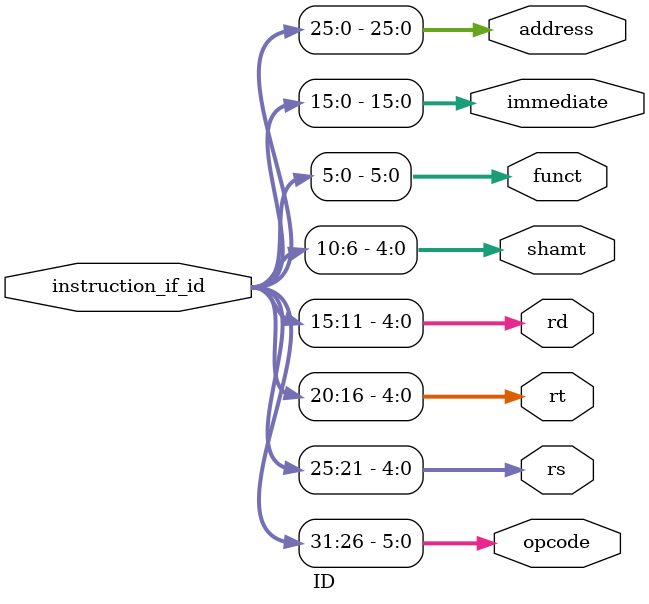
<source format=sv>
`ifndef _ID
`define _ID

`timescale 1ns / 1ps

module ID(
	input wire [31 : 0] instruction_if_id,
	output wire [5 : 0] opcode,
	output wire [4 : 0] rs,
	output wire [4 : 0] rt,
	output wire [4 : 0] rd,
	output wire [4 : 0] shamt,
	output wire [5 : 0] funct,
	output wire [15 : 0 ] immediate,
	output wire [25 : 0 ] address
    );
	
	assign opcode = instruction_if_id[31 : 26];
	assign rs = instruction_if_id[25 : 21];
	assign rt  = instruction_if_id[20 : 16];
	assign rd  = instruction_if_id[15 : 11];
	assign shamt  = instruction_if_id[10 : 6];
	assign funct = instruction_if_id[5 : 0];
	assign immediate = instruction_if_id[15 : 0];
	assign address = instruction_if_id[25 : 0];
endmodule

`endif
</source>
